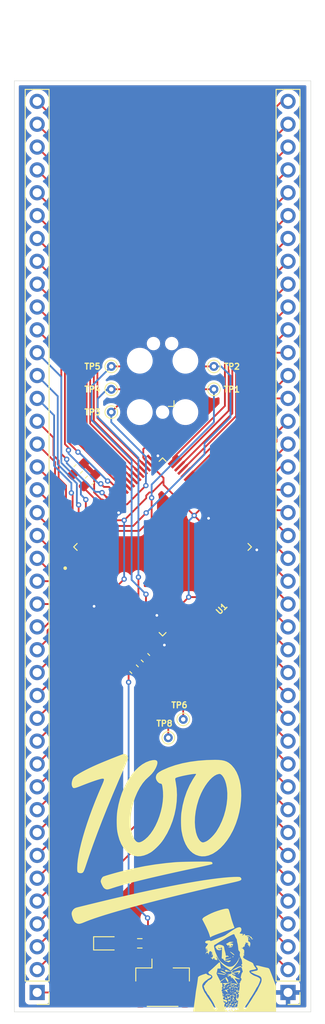
<source format=kicad_pcb>
(kicad_pcb (version 20241229) (generator "pcbnew") (generator_version "9.0")
  (layers (0 "F.Cu" signal) (2 "B.Cu" signal) (13 "F.Paste" user) (15 "B.Paste" user) (5 "F.SilkS" user "F.Silkscreen") (7 "B.SilkS" user "B.Silkscreen") (1 "F.Mask" user) (3 "B.Mask" user) (25 "Edge.Cuts" user))
  (net 0 "")
  (net 1 "+5V")
  (net 2 "GND")
  (net 5 "/RESET")
  (net 6 "/SWCLK")
  (net 7 "/DEBUG_TX")
  (net 8 "/DEBUG_RX")
  (net 9 "/SWDIO")
  (net 10 "Net-(D1-A)")
  (net 11 "/PB15")
  (net 12 "/PB16")
  (net 13 "/PC14")
  (net 14 "/PA21")
  (net 15 "/PA12")
  (net 16 "/PC08")
  (net 17 "/PB19")
  (net 18 "/PC05")
  (net 19 "/PC09")
  (net 20 "/PC28")
  (net 21 "/PA10")
  (net 22 "/PA08")
  (net 23 "/PB31")
  (net 24 "/PB09")
  (net 25 "/PC07")
  (net 26 "/PA13")
  (net 27 "/PB12")
  (net 28 "/PB04")
  (net 29 "/PA25")
  (net 30 "/PC01")
  (net 31 "/PA22")
  (net 32 "/PC26")
  (net 33 "/PB02")
  (net 34 "/PC15")
  (net 35 "/PA02")
  (net 36 "/PB05")
  (net 37 "/PB20")
  (net 38 "/PB30")
  (net 39 "/PA15")
  (net 40 "/PB22")
  (net 41 "/PA23")
  (net 42 "/PB24")
  (net 43 "/PA18")
  (net 44 "/PC12")
  (net 45 "/PB25")
  (net 46 "/PA01")
  (net 47 "/PB10")
  (net 48 "/PB08")
  (net 49 "/PC00")
  (net 50 "/PC24")
  (net 51 "/PC13")
  (net 52 "/PB18")
  (net 53 "/PA27")
  (net 54 "/PA05")
  (net 55 "/PB11")
  (net 56 "/PA11")
  (net 57 "/PC06")
  (net 58 "/PA17")
  (net 59 "/PB17")
  (net 60 "/PB21")
  (net 61 "/PA24")
  (net 62 "/PC10")
  (net 63 "/PC02")
  (net 64 "/PB14")
  (net 65 "/PC11")
  (net 66 "/PC19")
  (net 67 "/PA03")
  (net 68 "/PA09")
  (net 69 "/PC25")
  (net 70 "/PC18")
  (net 71 "/PB06")
  (net 72 "/PA00")
  (net 73 "/PC17")
  (net 74 "/PC03")
  (net 75 "/PB07")
  (net 76 "/PB23")
  (net 77 "/PB00")
  (net 78 "/PA19")
  (net 79 "/PC21")
  (net 80 "/PA04")
  (net 81 "/PB01")
  (net 82 "/PA28")
  (net 83 "/PC27")
  (net 84 "/PA20")
  (net 85 "/PA14")
  (net 86 "/PC16")
  (net 87 "/PB03")
  (net 88 "/PC20")
  (net 89 "/PA16")
  (net 90 "/PB13")
  (footprint "TestPoint:TestPoint_THTPad_D1.0mm_Drill0.5mm" (layer "F.Cu") (at 125.49 105.91)
    (property "Reference" "TP6")
    (property "Value" "TestPoint")
  )
  (footprint "TestPoint:TestPoint_THTPad_D1.0mm_Drill0.5mm" (layer "F.Cu") (at 123.825 107.95)
    (property "Reference" "TP8")
    (property "Value" "TestPoint")
  )
  (footprint "Resistor_SMD:R_0603_1608Metric_Pad0.98x0.95mm_HandSolder" (layer "F.Cu") (at 120.65 130.81 180)
    (property "Reference" "R1" (hide yes))
    (property "Value" "470R")
  )
  (footprint "SAMC21N-TQFP:QFP50P1600X1600X120-100N" (layer "F.Cu") (at 123.19 86.741 45)
    (property "Reference" "U1")
    (property "Value" "ATSAMC21N18A-ANT")
  )
  (footprint "TestPoint:TestPoint_THTPad_D1.0mm_Drill0.5mm" (layer "F.Cu") (at 117.475 66.675)
    (property "Reference" "TP5")
    (property "Value" "TestPoint")
  )
  (footprint "TestPoint:TestPoint_THTPad_D1.0mm_Drill0.5mm" (layer "F.Cu") (at 117.475 71.755)
    (property "Reference" "TP3")
    (property "Value" "TestPoint")
  )
  (footprint "TestPoint:TestPoint_THTPad_D1.0mm_Drill0.5mm" (layer "F.Cu") (at 128.905 66.675)
    (property "Reference" "TP2")
    (property "Value" "TestPoint")
  )
  (footprint "Connector_PinHeader_2.54mm:PinHeader_1x40_P2.54mm_Vertical" (layer "F.Cu") (at 137.16 136.271 180)
    (property "Reference" "J4" (hide yes))
    (property "Value" "Conn_01x40_Pin")
  )
  (footprint "Capacitor_SMD:C_0603_1608Metric_Pad1.08x0.95mm_HandSolder" (layer "F.Cu") (at 120.015 100.33 -45)
    (property "Reference" "C3" (hide yes))
    (property "Value" "100nF")
  )
  (footprint "TestPoint:TestPoint_THTPad_D1.0mm_Drill0.5mm" (layer "F.Cu") (at 117.475 69.215)
    (property "Reference" "TP4")
    (property "Value" "TestPoint")
  )
  (footprint "Capacitor_SMD:C_0603_1608Metric_Pad1.08x0.95mm_HandSolder" (layer "F.Cu") (at 121.285 99.06 -45)
    (property "Reference" "C2" (hide yes))
    (property "Value" "10uF")
  )
  (footprint "LOGO" (layer "F.Cu") (at 122.51 119.2)
    (property "Reference" "G***" (hide yes))
    (property "Value" "LOGO" (hide yes))
  )
  (footprint "Connector_JST:JST_GH_SM02B-GHS-TB_1x02-1MP_P1.25mm_Horizontal" (layer "F.Cu") (at 123.19 135.255)
    (property "Reference" "J1" (hide yes))
    (property "Value" "Conn_01x02_Pin")
  )
  (footprint "TestPoint:TestPoint_THTPad_D1.0mm_Drill0.5mm" (layer "F.Cu") (at 128.905 69.215)
    (property "Reference" "TP1")
    (property "Value" "TestPoint")
  )
  (footprint "Capacitor_SMD:C_0603_1608Metric_Pad1.08x0.95mm_HandSolder" (layer "F.Cu") (at 113.8 78.07 45)
    (property "Reference" "C4" (hide yes))
    (property "Value" "100nF")
  )
  (footprint "Connector_PinHeader_2.54mm:PinHeader_1x40_P2.54mm_Vertical" (layer "F.Cu") (at 109.22 136.271 180)
    (property "Reference" "J3" (hide yes))
    (property "Value" "Conn_01x40_Pin")
  )
  (footprint "LOGO" (layer "F.Cu") (at 131.137224 132.39678)
    (property "Reference" "G***" (hide yes))
    (property "Value" "LOGO" (hide yes))
  )
  (footprint "Connector:Tag-Connect_TC2050-IDC-FP_2x05_P1.27mm_Vertical" (layer "F.Cu") (at 123.19 67.945 90)
    (property "Reference" "J2" (hide yes))
    (property "Value" "TAG_Connect")
  )
  (footprint "LED_SMD:LED_0603_1608Metric" (layer "F.Cu") (at 116.992501 130.81)
    (property "Reference" "D1" (hide yes))
    (property "Value" "LED")
  )
  (footprint "Capacitor_SMD:C_0603_1608Metric_Pad1.08x0.95mm_HandSolder" (layer "F.Cu") (at 115.07 79.34 45)
    (property "Reference" "C1" (hide yes))
    (property "Value" "100nF")
  )
  (gr_line (start 106.68 138.43) (end 106.68 34.925) (stroke (width 0.05)) (layer "Edge.Cuts"))
  (gr_line (start 139.7 138.43) (end 106.68 138.43) (stroke (width 0.05)) (layer "Edge.Cuts"))
  (gr_line (start 106.68 34.925) (end 139.7 34.925) (stroke (width 0.05)) (layer "Edge.Cuts"))
  (gr_line (start 139.7 34.925) (end 139.7 138.43) (stroke (width 0.05)) (layer "Edge.Cuts"))
  (segment (start 121.655578 77.428404) (end 121.04 76.812826) (width 0.2) (layer "F.Cu") (net 1))
  (segment (start 131.676282 86.74) (end 132.85615 85.560132) (width 0.2) (layer "F.Cu") (net 1))
  (segment (start 116.608151 82.378151) (end 114.46012 80.23012) (width 0.2) (layer "F.Cu") (net 1))
  (segment (start 122.011 80.679) (end 123.293587 79.396413) (width 0.2) (layer "F.Cu") (net 1))
  (segment (start 119.40512 99.72012) (end 120.67512 98.45012) (width 0.2) (layer "F.Cu") (net 1))
  (segment (start 126.71 83.25) (end 130.2 86.74) (width 0.2) (layer "F.Cu") (net 1))
  (segment (start 123.293587 79.396413) (end 123.293587 79.066413) (width 0.2) (layer "F.Cu") (net 1))
  (segment (start 121.04 76.812826) (end 121.04 75.87) (width 0.2) (layer "F.Cu") (net 1))
  (segment (start 118.91 83.78) (end 117.400572 83.78) (width 0.2) (layer "F.Cu") (net 1))
  (segment (start 116.705831 82.378151) (end 116.608151 82.378151) (width 0.2) (layer "F.Cu") (net 1))
  (segment (start 116.352277 82.731705) (end 116.705831 82.378151) (width 0.2) (layer "F.Cu") (net 1))
  (segment (start 121.369 81.321) (end 121.369 81.031057) (width 0.2) (layer "F.Cu") (net 1))
  (segment (start 120.67512 98.44488) (end 122.009132 97.110868) (width 0.2) (layer "F.Cu") (net 1))
  (segment (start 124.09 72.82) (end 124.09 70.75) (width 0.2) (layer "F.Cu") (net 1))
  (segment (start 109.22 136.271) (end 114.293 136.271) (width 0.2) (layer "F.Cu") (net 1))
  (segment (start 121.369 81.031057) (end 121.721057 80.679) (width 0.2) (layer "F.Cu") (net 1))
  (segment (start 127.354048 92.319262) (end 127.906402 92.871616) (width 0.2) (layer "F.Cu") (net 1))
  (segment (start 119.40512 99.72012) (end 119.40512 101.78) (width 0.2) (layer "F.Cu") (net 1))
  (segment (start 124.09 70.75) (end 123.825 70.485) (width 0.2) (layer "F.Cu") (net 1))
  (segment (start 122.009132 96.40715) (end 126.09702 92.319262) (width 0.2) (layer "F.Cu") (net 1))
  (segment (start 126.68 83.22) (end 126.71 83.25) (width 0.2) (layer "F.Cu") (net 1))
  (segment (start 120.67512 98.45012) (end 120.67512 98.44488) (width 0.2) (layer "F.Cu") (net 1))
  (segment (start 118.91 90.313894) (end 117.412938 91.810956) (width 0.2) (layer "F.Cu") (net 1))
  (segment (start 123.293587 79.066413) (end 123.293587 79.833587) (width 0.2) (layer "F.Cu") (net 1))
  (segment (start 114.293 136.271) (end 117.159 133.405) (width 0.2) (layer "F.Cu") (net 1))
  (segment (start 126.711 83.22) (end 126.68 83.22) (width 0.2) (layer "F.Cu") (net 1))
  (segment (start 123.293587 79.833587) (end 126.68 83.22) (width 0.2) (layer "F.Cu") (net 1))
  (segment (start 122.009132 97.110868) (end 122.009132 96.40715) (width 0.2) (layer "F.Cu") (net 1))
  (segment (start 122.565 133.405) (end 122.565 131.8125) (width 0.2) (layer "F.Cu") (net 1))
  (segment (start 121.655578 77.428404) (end 123.293587 79.066413) (width 0.2) (layer "F.Cu") (net 1))
  (segment (start 121.5625 128.0325) (end 121.5625 130.81) (width 0.2) (layer "F.Cu") (net 1))
  (segment (start 126.09702 92.319262) (end 127.354048 92.319262) (width 0.2) (layer "F.Cu") (net 1))
  (segment (start 114.46012 80.23012) (end 114.46012 79.94988) (width 0.2) (layer "F.Cu") (net 1))
  (segment (start 122.565 131.8125) (end 121.5625 130.81) (width 0.2) (layer "F.Cu") (net 1))
  (segment (start 117.400572 83.78) (end 116.352277 82.731705) (width 0.2) (layer "F.Cu") (net 1))
  (segment (start 130.2 86.74) (end 131.676282 86.74) (width 0.2) (layer "F.Cu") (net 1))
  (segment (start 117.159 133.405) (end 122.565 133.405) (width 0.2) (layer "F.Cu") (net 1))
  (segment (start 118.91 83.78) (end 121.369 81.321) (width 0.2) (layer "F.Cu") (net 1))
  (segment (start 121.721057 80.679) (end 122.011 80.679) (width 0.2) (layer "F.Cu") (net 1))
  (segment (start 114.46012 79.94988) (end 113.19012 78.67988) (width 0.2) (layer "F.Cu") (net 1))
  (segment (start 121.04 75.87) (end 124.09 72.82) (width 0.2) (layer "F.Cu") (net 1))
  (segment (start 128.613509 81.317491) (end 126.711 83.22) (width 0.2) (layer "F.Cu") (net 1))
  (segment (start 121.52 127.99) (end 121.5625 128.0325) (width 0.2) (layer "F.Cu") (net 1))
  (via (at 126.71 83.25) (size 0.6) (drill 0.3) (layers "F.Cu" "B.Cu") (net 1))
  (via (at 119.40512 101.78) (size 0.6) (drill 0.3) (layers "F.Cu" "B.Cu") (net 1))
  (via (at 121.52 127.99) (size 0.6) (drill 0.3) (layers "F.Cu" "B.Cu") (net 1))
  (via (at 118.91 90.313894) (size 0.6) (drill 0.3) (layers "F.Cu" "B.Cu") (net 1))
  (via (at 118.91 83.78) (size 0.6) (drill 0.3) (layers "F.Cu" "B.Cu") (net 1))
  (via (at 126.09702 92.319262) (size 0.6) (drill 0.3) (layers "F.Cu" "B.Cu") (net 1))
  (segment (start 119.40512 101.78) (end 119.40512 125.87512) (width 0.2) (layer "B.Cu") (net 1))
  (segment (start 126.09702 83.86298) (end 126.71 83.25) (width 0.2) (layer "B.Cu") (net 1))
  (segment (start 118.91 90.313894) (end 118.91 83.78) (width 0.2) (layer "B.Cu") (net 1))
  (segment (start 119.40512 125.87512) (end 121.52 127.99) (width 0.2) (layer "B.Cu") (net 1))
  (segment (start 126.09702 92.319262) (end 126.09702 83.86298) (width 0.2) (layer "B.Cu") (net 1))
  (segment (start 115.56 92.956786) (end 115.56 93.34) (width 0.2) (layer "F.Cu") (net 2))
  (segment (start 122.009132 77.07485) (end 122.473982 76.61) (width 0.2) (layer "F.Cu") (net 2))
  (segment (start 132.85615 87.921868) (end 133.68 87.098018) (width 0.2) (layer "F.Cu") (net 2))
  (segment (start 121.655578 96.053596) (end 122.55 95.159174) (width 0.2) (layer "F.Cu") (net 2))
  (segment (start 127.291894 91.55) (end 128.259956 92.518062) (width 0.2) (layer "F.Cu") (net 2))
  (segment (start 116.50703 81.472244) (end 116.362244 81.472244) (width 0.2) (layer "F.Cu") (net 2))
  (segment (start 128.967062 81.671044) (end 128.31 82.328106) (width 0.2) (layer "F.Cu") (net 2))
  (segment (start 128.31 82.328106) (end 128.31 83.56) (width 0.2) (layer "F.Cu") (net 2))
  (segment (start 115.57 78.84) (end 115.67988 78.73012) (width 0.2) (layer "F.Cu") (net 2))
  (segment (start 133.68 87.098018) (end 133.68 87.07) (width 0.2) (layer "F.Cu") (net 2))
  (segment (start 117.059384 82.024598) (end 116.50703 81.472244) (width 0.2) (layer "F.Cu") (net 2))
  (segment (start 117.059384 82.024598) (end 117.974786 82.94) (width 0.2) (layer "F.Cu") (net 2))
  (segment (start 115.57 80.68) (end 115.57 78.84) (width 0.2) (layer "F.Cu") (net 2))
  (segment (start 117.059384 91.457402) (end 115.56 92.956786) (width 0.2) (layer "F.Cu") (net 2))
  (segment (start 122.473982 76.61) (end 122.67 76.61) (width 0.2) (layer "F.Cu") (net 2))
  (segment (start 117.974786 82.94) (end 118.29 82.94) (width 0.2) (layer "F.Cu") (net 2))
  (segment (start 116.362244 81.472244) (end 115.57 80.68) (width 0.2) (layer "F.Cu") (net 2))
  (segment (start 125.35 91.55) (end 127.291894 91.55) (width 0.2) (layer "F.Cu") (net 2))
  (segment (start 122.55 95.159174) (end 122.55 94.35) (width 0.2) (layer "F.Cu") (net 2))
  (segment (start 122.55 94.35) (end 125.35 91.55) (width 0.2) (layer "F.Cu") (net 2))
  (via (at 122.67 76.61) (size 0.6) (drill 0.3) (layers "F.Cu" "B.Cu") (net 2))
  (via (at 122.55 94.35) (size 0.6) (drill 0.3) (layers "F.Cu" "B.Cu") (net 2))
  (via (at 128.31 83.56) (size 0.6) (drill 0.3) (layers "F.Cu" "B.Cu") (net 2))
  (via (at 133.68 87.07) (size 0.6) (drill 0.3) (layers "F.Cu" "B.Cu") (net 2))
  (via (at 118.29 82.94) (size 0.6) (drill 0.3) (layers "F.Cu" "B.Cu") (net 2))
  (via (at 115.56 93.34) (size 0.6) (drill 0.3) (layers "F.Cu" "B.Cu") (net 2))
  (via (at 123.39 97.65) (size 0.6) (drill 0.3) (layers "F.Cu" "B.Cu") (net 2))
  (segment (start 118.459 82.01) (end 119.23 82.01) (width 0.2) (layer "F.Cu") (net 5))
  (segment (start 121.32 79.92) (end 121.33 79.92) (width 0.2) (layer "F.Cu") (net 5))
  (segment (start 119.18 70.05) (end 122.12 70.05) (width 0.2) (layer "F.Cu") (net 5))
  (segment (start 117.475 71.755) (end 119.18 70.05) (width 0.2) (layer "F.Cu") (net 5))
  (segment (start 119.23 82.01) (end 121.32 79.92) (width 0.2) (layer "F.Cu") (net 5))
  (segment (start 122.12 70.05) (end 122.555 70.485) (width 0.2) (layer "F.Cu") (net 5))
  (segment (start 117.766491 81.317491) (end 118.459 82.01) (width 0.2) (layer "F.Cu") (net 5))
  (via (at 121.33 79.92) (size 0.6) (drill 0.3) (layers "F.Cu" "B.Cu") (net 5))
  (segment (start 121.33 76.73) (end 117.475 72.875) (width 0.2) (layer "B.Cu") (net 5))
  (segment (start 117.475 72.875) (end 117.475 71.755) (width 0.2) (layer "B.Cu") (net 5))
  (segment (start 121.33 79.92) (end 121.33 76.73) (width 0.2) (layer "B.Cu") (net 5))
  (segment (start 123.825 66.675) (end 124.95 67.8) (width 0.2) (layer "F.Cu") (net 6))
  (segment (start 119.91 84.41) (end 117.323466 84.41) (width 0.2) (layer "F.Cu") (net 6))
  (segment (start 121.36 82.96) (end 119.91 84.41) (width 0.2) (layer "F.Cu") (net 6))
  (segment (start 127.715 66.675) (end 128.905 66.675) (width 0.2) (layer "F.Cu") (net 6))
  (segment (start 124.95 67.8) (end 126.59 67.8) (width 0.2) (layer "F.Cu") (net 6))
  (segment (start 126.59 67.8) (end 127.715 66.675) (width 0.2) (layer "F.Cu") (net 6))
  (segment (start 117.323466 84.41) (end 115.998724 83.085258) (width 0.2) (layer "F.Cu") (net 6))
  (via (at 121.36 82.96) (size 0.6) (drill 0.3) (layers "F.Cu" "B.Cu") (net 6))
  (segment (start 127.86 75.23) (end 130.75 72.34) (width 0.2) (layer "B.Cu") (net 6))
  (segment (start 127.86 76.46) (end 127.86 75.23) (width 0.2) (layer "B.Cu") (net 6))
  (segment (start 130.75 67.71) (end 129.715 66.675) (width 0.2) (layer "B.Cu") (net 6))
  (segment (start 129.715 66.675) (end 128.905 66.675) (width 0.2) (layer "B.Cu") (net 6))
  (segment (start 130.75 72.34) (end 130.75 67.71) (width 0.2) (layer "B.Cu") (net 6))
  (segment (start 121.36 82.96) (end 127.86 76.46) (width 0.2) (layer "B.Cu") (net 6))
  (segment (start 117.475 69.215) (end 122.555 69.215) (width 0.2) (layer "F.Cu") (net 7))
  (segment (start 120.5 93.67364) (end 119.887811 94.285829) (width 0.2) (layer "F.Cu") (net 7))
  (segment (start 120.5 90.1) (end 120.5 93.67364) (width 0.2) (layer "F.Cu") (net 7))
  (via (at 120.5 90.1) (size 0.6) (drill 0.3) (layers "F.Cu" "B.Cu") (net 7))
  (segment (start 115.97 70.26) (end 117.015 69.215) (width 0.2) (layer "B.Cu") (net 7))
  (segment (start 120.5 76.84) (end 115.97 72.31) (width 0.2) (layer "B.Cu") (net 7))
  (segment (start 117.015 69.215) (end 117.475 69.215) (width 0.2) (layer "B.Cu") (net 7))
  (segment (start 115.97 72.31) (end 115.97 70.26) (width 0.2) (layer "B.Cu") (net 7))
  (segment (start 120.5 90.1) (end 120.5 76.84) (width 0.2) (layer "B.Cu") (net 7))
  (segment (start 121.37 67.86) (end 122.555 66.675) (width 0.2) (layer "F.Cu") (net 8))
  (segment (start 118.755 66.675) (end 119.94 67.86) (width 0.2) (layer "F.Cu") (net 8))
  (segment (start 119.94 67.86) (end 121.37 67.86) (width 0.2) (layer "F.Cu") (net 8))
  (segment (start 117.475 66.675) (end 118.755 66.675) (width 0.2) (layer "F.Cu") (net 8))
  (segment (start 121.34 93.540748) (end 120.241365 94.639383) (width 0.2) (layer "F.Cu") (net 8))
  (segment (start 121.34 92) (end 121.34 93.540748) (width 0.2) (layer "F.Cu") (net 8))
  (via (at 121.34 92) (size 0.6) (drill 0.3) (layers "F.Cu" "B.Cu") (net 8))
  (segment (start 119.74 77.1) (end 115.27 72.63) (width 0.2) (layer "B.Cu") (net 8))
  (segment (start 115.27 68.88) (end 117.475 66.675) (width 0.2) (layer "B.Cu") (net 8))
  (segment (start 119.74 90.4) (end 119.74 77.1) (width 0.2) (layer "B.Cu") (net 8))
  (segment (start 121.34 92) (end 119.74 90.4) (width 0.2) (layer "B.Cu") (net 8))
  (segment (start 115.27 72.63) (end 115.27 68.88) (width 0.2) (layer "B.Cu") (net 8))
  (segment (start 121.97 83.59) (end 120.6 84.96) (width 0.2) (layer "F.Cu") (net 9))
  (segment (start 123.825 69.215) (end 128.905 69.215) (width 0.2) (layer "F.Cu") (net 9))
  (segment (start 120.6 84.96) (end 117.16636 84.96) (width 0.2) (layer "F.Cu") (net 9))
  (segment (start 117.16636 84.96) (end 115.645171 83.438811) (width 0.2) (layer "F.Cu") (net 9))
  (segment (start 121.97 81.28) (end 121.97 83.59) (width 0.2) (layer "F.Cu") (net 9))
  (via (at 121.97 81.28) (size 0.6) (drill 0.3) (layers "F.Cu" "B.Cu") (net 9))
  (segment (start 121.97 79.81) (end 121.97 81.28) (width 0.2) (layer "B.Cu") (net 9))
  (segment (start 128.905 72.875) (end 121.97 79.81) (width 0.2) (layer "B.Cu") (net 9))
  (segment (start 128.905 69.215) (end 128.905 72.875) (width 0.2) (layer "B.Cu") (net 9))
  (segment (start 119.7375 130.81) (end 117.780002 130.81) (width 0.2) (layer "F.Cu") (net 10))
  (segment (start 129.12 94.79232) (end 129.12 115.531) (width 0.2) (layer "F.Cu") (net 11))
  (segment (start 129.12 115.531) (end 137.16 123.571) (width 0.2) (layer "F.Cu") (net 11))
  (segment (start 127.552849 93.225169) (end 129.12 94.79232) (width 0.2) (layer "F.Cu") (net 11))
  (segment (start 135.187099 65.151) (end 137.16 65.151) (width 0.2) (layer "F.Cu") (net 12))
  (segment (start 134.66 65.678099) (end 135.187099 65.151) (width 0.2) (layer "F.Cu") (net 12))
  (segment (start 134.66 74.563894) (end 134.66 65.678099) (width 0.2) (layer "F.Cu") (net 12))
  (segment (start 128.259956 80.963938) (end 134.66 74.563894) (width 0.2) (layer "F.Cu") (net 12))
  (segment (start 132.56 101.191) (end 137.16 105.791) (width 0.2) (layer "F.Cu") (net 13))
  (segment (start 130.734829 90.043189) (end 132.56 91.86836) (width 0.2) (layer "F.Cu") (net 13))
  (segment (start 132.56 91.86836) (end 132.56 101.191) (width 0.2) (layer "F.Cu") (net 13))
  (segment (start 131.78 52.751) (end 137.16 47.371) (width 0.2) (layer "F.Cu") (net 14))
  (segment (start 125.785082 78.489064) (end 131.78 72.494146) (width 0.2) (layer "F.Cu") (net 14))
  (segment (start 131.78 72.494146) (end 131.78 52.751) (width 0.2) (layer "F.Cu") (net 14))
  (segment (start 133.68 97.231) (end 137.16 100.711) (width 0.2) (layer "F.Cu") (net 15))
  (segment (start 133.68 91.574146) (end 133.68 97.231) (width 0.2) (layer "F.Cu") (net 15))
  (segment (start 131.441936 89.336082) (end 133.68 91.574146) (width 0.2) (layer "F.Cu") (net 15))
  (segment (start 129.58 93.131) (end 129.58 113.451) (width 0.2) (layer "F.Cu") (net 16))
  (segment (start 128.613509 92.164509) (end 129.58 93.131) (width 0.2) (layer "F.Cu") (net 16))
  (segment (start 129.58 113.451) (end 137.16 121.031) (width 0.2) (layer "F.Cu") (net 16))
  (segment (start 133.41 61.281) (end 137.16 57.531) (width 0.2) (layer "F.Cu") (net 17))
  (segment (start 133.41 73.692572) (end 133.41 61.281) (width 0.2) (layer "F.Cu") (net 17))
  (segment (start 127.199295 79.903277) (end 133.41 73.692572) (width 0.2) (layer "F.Cu") (net 17))
  (segment (start 120.594918 94.992936) (end 116.111 99.476854) (width 0.2) (layer "F.Cu") (net 18))
  (segment (start 116.111 99.476854) (end 116.111 114.14) (width 0.2) (layer "F.Cu") (net 18))
  (segment (start 116.111 114.14) (end 109.22 121.031) (width 0.2) (layer "F.Cu") (net 18))
  (segment (start 130.049 111.379999) (end 137.16 118.490999) (width 0.2) (layer "F.Cu") (net 19))
  (segment (start 128.967062 91.810956) (end 130.049 92.892894) (width 0.2) (layer "F.Cu") (net 19))
  (segment (start 130.049 92.892894) (end 130.049 111.379999) (width 0.2) (layer "F.Cu") (net 19))
  (segment (start 117.283214 79.42) (end 117.07 79.42) (width 0.2) (layer "F.Cu") (net 20))
  (segment (start 118.473598 80.610384) (end 117.283214 79.42) (width 0.2) (layer "F.Cu") (net 20))
  (segment (start 112.716 75.146) (end 112.716 61.027) (width 0.2) (layer "F.Cu") (net 20))
  (segment (start 113.77 76.2) (end 112.716 75.146) (width 0.2) (layer "F.Cu") (net 20))
  (segment (start 118.473598 80.610384) (end 118.473598 80.593598) (width 0.2) (layer "F.Cu") (net 20))
  (segment (start 112.716 61.027) (end 109.22 57.531) (width 0.2) (layer "F.Cu") (net 20))
  (via (at 117.07 79.42) (size 0.6) (drill 0.3) (layers "F.Cu" "B.Cu") (net 20))
  (via (at 113.77 76.2) (size 0.6) (drill 0.3) (layers "F.Cu" "B.Cu") (net 20))
  (segment (start 113.77 76.2) (end 113.85 76.2) (width 0.2) (layer "B.Cu") (net 20))
  (segment (start 113.85 76.2) (end 117.07 79.42) (width 0.2) (layer "B.Cu") (net 20))
  (segment (start 125.077975 95.700043) (end 125.941 96.563068) (width 0.2) (layer "F.Cu") (net 21))
  (segment (start 125.941 99.1732) (end 122.161 102.9532) (width 0.2) (layer "F.Cu") (net 21))
  (segment (start 125.941 96.563068) (end 125.941 99.1732) (width 0.2) (layer "F.Cu") (net 21))
  (segment (start 122.161 102.9532) (end 122.161 120.79) (width 0.2) (layer "F.Cu") (net 21))
  (segment (start 122.161 120.79) (end 109.22 133.731) (width 0.2) (layer "F.Cu") (net 21))
  (segment (start 109.22 128.651) (end 120.82 117.051) (width 0.2) (layer "F.Cu") (net 22))
  (segment (start 125.13 97.166282) (end 124.370868 96.40715) (width 0.2) (layer "F.Cu") (net 22))
  (segment (start 120.82 103.16) (end 125.13 98.85) (width 0.2) (layer "F.Cu") (net 22))
  (segment (start 125.13 98.85) (end 125.13 97.166282) (width 0.2) (layer "F.Cu") (net 22))
  (segment (start 120.82 117.051) (end 120.82 103.16) (width 0.2) (layer "F.Cu") (net 22))
  (segment (start 113.84 82.07) (end 113.84 83.047854) (width 0.2) (layer "F.Cu") (net 23))
  (segment (start 113.84 83.047854) (end 114.938064 84.145918) (width 0.2) (layer "F.Cu") (net 23))
  (via (at 113.84 82.07) (size 0.6) (drill 0.3) (layers "F.Cu" "B.Cu") (net 23))
  (segment (start 111.510705 69.981705) (end 109.22 67.691) (width 0.2) (layer "B.Cu") (net 23))
  (segment (start 113.64 81.87) (end 113.64 79.6842) (width 0.2) (layer "B.Cu") (net 23))
  (segment (start 111.510705 77.554905) (end 111.510705 69.981705) (width 0.2) (layer "B.Cu") (net 23))
  (segment (start 113.64 79.6842) (end 111.510705 77.554905) (width 0.2) (layer "B.Cu") (net 23))
  (segment (start 113.84 82.07) (end 113.64 81.87) (width 0.2) (layer "B.Cu") (net 23))
  (segment (start 118.827151 93.225169) (end 114.892 97.16032) (width 0.2) (layer "F.Cu") (net 24))
  (segment (start 114.892 107.739) (end 109.22 113.411) (width 0.2) (layer "F.Cu") (net 24))
  (segment (start 114.892 97.16032) (end 114.892 107.739) (width 0.2) (layer "F.Cu") (net 24))
  (segment (start 116.951 118.38) (end 109.22 126.111) (width 0.2) (layer "F.Cu") (net 25))
  (segment (start 116.951 100.051068) (end 116.951 118.38) (width 0.2) (layer "F.Cu") (net 25))
  (segment (start 121.302025 95.700043) (end 116.951 100.051068) (width 0.2) (layer "F.Cu") (net 25))
  (segment (start 134.28 95.291001) (end 137.16 98.171001) (width 0.2) (layer "F.Cu") (net 26))
  (segment (start 134.28 91.467038) (end 134.28 95.291001) (width 0.2) (layer "F.Cu") (net 26))
  (segment (start 131.79549 88.982528) (end 134.28 91.467038) (width 0.2) (layer "F.Cu") (net 26))
  (segment (start 127.917 95.71064) (end 127.917 121.948001) (width 0.2) (layer "F.Cu") (net 27))
  (segment (start 126.492189 94.285829) (end 127.917 95.71064) (width 0.2) (layer "F.Cu") (net 27))
  (segment (start 127.917 121.948001) (end 137.16 131.191001) (width 0.2) (layer "F.Cu") (net 27))
  (segment (start 111.74 98.191) (end 111.74 95.362572) (width 0.2) (layer "F.Cu") (net 28))
  (segment (start 109.22 100.711) (end 111.74 98.191) (width 0.2) (layer "F.Cu") (net 28))
  (segment (start 111.74 95.362572) (end 116.352277 90.750295) (width 0.2) (layer "F.Cu") (net 28))
  (segment (start 130.13 71.07) (end 130.13 43.54) (width 0.2) (layer "F.Cu") (net 29))
  (segment (start 124.370868 76.829132) (end 130.13 71.07) (width 0.2) (layer "F.Cu") (net 29))
  (segment (start 136.459 37.211) (end 137.16 37.211) (width 0.2) (layer "F.Cu") (net 29))
  (segment (start 130.13 43.54) (end 136.459 37.211) (width 0.2) (layer "F.Cu") (net 29))
  (segment (start 124.370868 77.07485) (end 124.370868 76.829132) (width 0.2) (layer "F.Cu") (net 29))
  (segment (start 113.526038 90.041) (end 114.58451 88.982528) (width 0.2) (layer "F.Cu") (net 30))
  (segment (start 111.25 90.041) (end 113.526038 90.041) (width 0.2) (layer "F.Cu") (net 30))
  (segment (start 109.22 88.011) (end 111.25 90.041) (width 0.2) (layer "F.Cu") (net 30))
  (segment (start 137.16 44.831) (end 131.37 50.621) (width 0.2) (layer "F.Cu") (net 31))
  (segment (start 131.37 50.621) (end 131.37 72.197038) (width 0.2) (layer "F.Cu") (net 31))
  (segment (start 131.37 72.197038) (end 125.431528 78.13551) (width 0.2) (layer "F.Cu") (net 31))
  (segment (start 113.518 56.749001) (end 113.518 74.240572) (width 0.2) (layer "F.Cu") (net 32))
  (segment (start 109.22 52.451001) (end 113.518 56.749001) (width 0.2) (layer "F.Cu") (net 32))
  (segment (start 113.518 74.240572) (end 119.180705 79.903277) (width 0.2) (layer "F.Cu") (net 32))
  (segment (start 111.21 79.2739) (end 111.21 77.301001) (width 0.2) (layer "F.Cu") (net 33))
  (segment (start 112.031 80.0949) (end 111.81 79.8739) (width 0.2) (layer "F.Cu") (net 33))
  (segment (start 111.81 79.8739) (end 111.7961 79.86) (width 0.2) (layer "F.Cu") (net 33))
  (segment (start 111.7961 79.86) (end 111.21 79.2739) (width 0.2) (layer "F.Cu") (net 33))
  (segment (start 111.21 77.301001) (end 109.22 75.311001) (width 0.2) (layer "F.Cu") (net 33))
  (segment (start 112.031 83.360174) (end 112.031 80.4271) (width 0.2) (layer "F.Cu") (net 33))
  (segment (start 113.877404 85.206578) (end 112.031 83.360174) (width 0.2) (layer "F.Cu") (net 33))
  (segment (start 112.031 80.4271) (end 112.031 80.0949) (width 0.2) (layer "F.Cu") (net 33))
  (segment (start 133.05 91.651252) (end 133.05 99.141) (width 0.2) (layer "F.Cu") (net 34))
  (segment (start 131.088383 89.689635) (end 133.05 91.651252) (width 0.2) (layer "F.Cu") (net 34))
  (segment (start 133.05 99.141) (end 137.16 103.251) (width 0.2) (layer "F.Cu") (net 34))
  (segment (start 110.057361 95.630999) (end 115.645171 90.043189) (width 0.2) (layer "F.Cu") (net 35))
  (segment (start 109.22 95.630999) (end 110.057361 95.630999) (width 0.2) (layer "F.Cu") (net 35))
  (segment (start 109.22 103.251) (end 112.68 99.791) (width 0.2) (layer "F.Cu") (net 36))
  (segment (start 112.68 95.12968) (end 116.705831 91.103849) (width 0.2) (layer "F.Cu") (net 36))
  (segment (start 112.68 99.791) (end 112.68 95.12968) (width 0.2) (layer "F.Cu") (net 36))
  (segment (start 133 59.151) (end 137.16 54.991) (width 0.2) (layer "F.Cu") (net 37))
  (segment (start 126.845742 79.549724) (end 133 73.395466) (width 0.2) (layer "F.Cu") (net 37))
  (segment (start 133 73.395466) (end 133 59.151) (width 0.2) (layer "F.Cu") (net 37))
  (segment (start 114.64 83.140748) (end 115.291617 83.792365) (width 0.2) (layer "F.Cu") (net 38))
  (segment (start 114.64 81.48) (end 114.64 83.140748) (width 0.2) (layer "F.Cu") (net 38))
  (via (at 114.64 81.48) (size 0.6) (drill 0.3) (layers "F.Cu" "B.Cu") (net 38))
  (segment (start 114.09 80.93) (end 114.09 79.5671) (width 0.2) (layer "B.Cu") (net 38))
  (segment (start 111.911705 67.842705) (end 109.22 65.151) (width 0.2) (layer "B.Cu") (net 38))
  (segment (start 114.09 79.5671) (end 111.911705 77.388805) (width 0.2) (layer "B.Cu") (net 38))
  (segment (start 111.911705 77.388805) (end 111.911705 67.842705) (width 0.2) (layer "B.Cu") (net 38))
  (segment (start 114.64 81.48) (end 114.09 80.93) (width 0.2) (layer "B.Cu") (net 38))
  (segment (start 132.502596 88.275422) (end 137.16 92.932826) (width 0.2) (layer "F.Cu") (net 39))
  (segment (start 137.16 92.932826) (end 137.16 93.091) (width 0.2) (layer "F.Cu") (net 39))
  (segment (start 121.302025 77.781957) (end 115.93 72.409932) (width 0.2) (layer "F.Cu") (net 40))
  (segment (start 115.93 72.409932) (end 115.93 43.921) (width 0.2) (layer "F.Cu") (net 40))
  (segment (start 115.93 43.921) (end 109.22 37.211) (width 0.2) (layer "F.Cu") (net 40))
  (segment (start 130.96 48.491) (end 137.16 42.291) (width 0.2) (layer "F.Cu") (net 41))
  (segment (start 130.96 71.899932) (end 130.96 48.491) (width 0.2) (layer "F.Cu") (net 41))
  (segment (start 125.077975 77.781957) (end 130.96 71.899932) (width 0.2) (layer "F.Cu") (net 41))
  (segment (start 115.128 48.199) (end 109.22 42.291) (width 0.2) (layer "F.Cu") (net 42))
  (segment (start 115.128 73.022146) (end 115.128 48.199) (width 0.2) (layer "F.Cu") (net 42))
  (segment (start 120.594918 78.489064) (end 115.128 73.022146) (width 0.2) (layer "F.Cu") (net 42))
  (segment (start 135.008999 83.32) (end 137.16 85.471001) (width 0.2) (layer "F.Cu") (net 43))
  (segment (start 131.79549 84.499472) (end 132.974962 83.32) (width 0.2) (layer "F.Cu") (net 43))
  (segment (start 132.974962 83.32) (end 135.008999 83.32) (width 0.2) (layer "F.Cu") (net 43))
  (segment (start 131.45 105.161) (end 137.16 110.871) (width 0.2) (layer "F.Cu") (net 44))
  (segment (start 131.45 92.172572) (end 131.45 105.161) (width 0.2) (layer "F.Cu") (net 44))
  (segment (start 130.027723 90.750295) (end 131.45 92.172572) (width 0.2) (layer "F.Cu") (net 44))
  (segment (start 114.727 73.328252) (end 114.727 50.338) (width 0.2) (layer "F.Cu") (net 45))
  (segment (start 114.727 50.338) (end 109.22 44.831) (width 0.2) (layer "F.Cu") (net 45))
  (segment (start 120.241365 78.842617) (end 114.727 73.328252) (width 0.2) (layer "F.Cu") (net 45))
  (segment (start 109.699 83.6161) (end 112.11 86.0271) (width 0.2) (layer "F.Cu") (net 46))
  (segment (start 112.11 86.0271) (end 112.11 88.75) (width 0.2) (layer "F.Cu") (net 46))
  (segment (start 112.54 89.18) (end 112.972826 89.18) (width 0.2) (layer "F.Cu") (net 46))
  (segment (start 109.699 83.41) (end 109.699 83.6161) (width 0.2) (layer "F.Cu") (net 46))
  (segment (start 112.11 88.75) (end 112.54 89.18) (width 0.2) (layer "F.Cu") (net 46))
  (segment (start 112.972826 89.18) (end 113.877404 88.275422) (width 0.2) (layer "F.Cu") (net 46))
  (segment (start 109.22 82.931) (end 109.699 83.41) (width 0.2) (layer "F.Cu") (net 46))
  (segment (start 125.785082 94.992936) (end 126.79 95.997854) (width 0.2) (layer "F.Cu") (net 47))
  (segment (start 125.49 100.7584) (end 125.49 105.91) (width 0.2) (layer "F.Cu") (net 47))
  (segment (start 126.79 95.997854) (end 126.79 99.4584) (width 0.2) (layer "F.Cu") (net 47))
  (segment (start 126.79 99.4584) (end 125.49 100.7584) (width 0.2) (layer "F.Cu") (net 47))
  (segment (start 118.473598 92.871616) (end 114.491 96.854214) (width 0.2) (layer "F.Cu") (net 48))
  (segment (start 114.491 105.6) (end 109.22 110.871) (width 0.2) (layer "F.Cu") (net 48))
  (segment (start 114.491 96.854214) (end 114.491 105.6) (width 0.2) (layer "F.Cu") (net 48))
  (segment (start 111.709 88.9161) (end 112.4329 89.64) (width 0.2) (layer "F.Cu") (net 49))
  (segment (start 113.219932 89.64) (end 114.230957 88.628975) (width 0.2) (layer "F.Cu") (net 49))
  (segment (start 112.4329 89.64) (end 113.219932 89.64) (width 0.2) (layer "F.Cu") (net 49))
  (segment (start 109.22 85.471001) (end 111.709 87.960001) (width 0.2) (layer "F.Cu") (net 49))
  (segment (start 111.709 87.960001) (end 111.709 88.9161) (width 0.2) (layer "F.Cu") (net 49))
  (segment (start 114.32 52.471) (end 114.32 73.62836) (width 0.2) (layer "F.Cu") (net 50))
  (segment (start 114.32 73.62836) (end 119.887811 79.196171) (width 0.2) (layer "F.Cu") (net 50))
  (segment (start 109.22 47.371) (end 114.32 52.471) (width 0.2) (layer "F.Cu") (net 50))
  (segment (start 131.96 103.131001) (end 137.16 108.331001) (width 0.2) (layer "F.Cu") (net 51))
  (segment (start 131.96 91.975466) (end 131.96 103.131001) (width 0.2) (layer "F.Cu") (net 51))
  (segment (start 130.381276 90.396742) (end 131.96 91.975466) (width 0.2) (layer "F.Cu") (net 51))
  (segment (start 127.552849 80.256831) (end 133.84 73.96968) (width 0.2) (layer "F.Cu") (net 52))
  (segment (start 133.84 73.96968) (end 133.84 63.391) (width 0.2) (layer "F.Cu") (net 52))
  (segment (start 133.84 63.391) (end 137.16 60.071) (width 0.2) (layer "F.Cu") (net 52))
  (segment (start 112.315 75.315) (end 112.315 63.166) (width 0.2) (layer "F.Cu") (net 53))
  (segment (start 117.226106 80.07) (end 118.120044 80.963938) (width 0.2) (layer "F.Cu") (net 53))
  (segment (start 116.31 79.72) (end 116.66 80.07) (width 0.2) (layer "F.Cu") (net 53))
  (segment (start 112.315 63.166) (end 109.22 60.071) (width 0.2) (layer "F.Cu") (net 53))
  (segment (start 112.705735 75.705735) (end 112.315 75.315) (width 0.2) (layer "F.Cu") (net 53))
  (segment (start 112.705735 75.984265) (end 112.705735 75.705735) (width 0.2) (layer "F.Cu") (net 53))
  (segment (start 116.66 80.07) (end 117.226106 80.07) (width 0.2) (layer "F.Cu") (net 53))
  (via (at 112.705735 75.984265) (size 0.6) (drill 0.3) (layers "F.Cu" "B.Cu") (net 53))
  (via (at 116.31 79.72) (size 0.6) (drill 0.3) (layers "F.Cu" "B.Cu") (net 53))
  (segment (start 112.705735 76.345735) (end 116.08 79.72) (width 0.2) (layer "B.Cu") (net 53))
  (segment (start 116.08 79.72) (end 116.31 79.72) (width 0.2) (layer "B.Cu") (net 53))
  (segment (start 112.705735 75.984265) (end 112.705735 76.345735) (width 0.2) (layer "B.Cu") (net 53))
  (segment (start 115.71 112.000999) (end 115.71 97.756534) (width 0.2) (layer "F.Cu") (net 54))
  (segment (start 109.22 118.490999) (end 115.71 112.000999) (width 0.2) (layer "F.Cu") (net 54))
  (segment (start 115.71 97.756534) (end 119.534258 93.932276) (width 0.2) (layer "F.Cu") (net 54))
  (segment (start 127.36 95.860748) (end 127.36 123.931) (width 0.2) (layer "F.Cu") (net 55))
  (segment (start 127.36 123.931) (end 137.16 133.731) (width 0.2) (layer "F.Cu") (net 55))
  (segment (start 126.138635 94.639383) (end 127.36 95.860748) (width 0.2) (layer "F.Cu") (net 55))
  (segment (start 126.39 96.304962) (end 125.431528 95.34649) (width 0.2) (layer "F.Cu") (net 56))
  (segment (start 126.39 99.2913) (end 126.39 96.304962) (width 0.2) (layer "F.Cu") (net 56))
  (segment (start 123.825 101.8563) (end 126.39 99.2913) (width 0.2) (layer "F.Cu") (net 56))
  (segment (start 123.825 107.95) (end 123.825 101.8563) (width 0.2) (layer "F.Cu") (net 56))
  (segment (start 109.22 123.571) (end 116.55 116.241) (width 0.2) (layer "F.Cu") (net 57))
  (segment (start 116.55 99.744962) (end 120.948472 95.34649) (width 0.2) (layer "F.Cu") (net 57))
  (segment (start 116.55 116.241) (end 116.55 99.744962) (width 0.2) (layer "F.Cu") (net 57))
  (segment (start 135.44 86.291) (end 137.16 88.011) (width 0.2) (layer "F.Cu") (net 58))
  (segment (start 133.122068 83.88) (end 134.22 83.88) (width 0.2) (layer "F.Cu") (net 58))
  (segment (start 132.149043 84.853025) (end 133.122068 83.88) (width 0.2) (layer "F.Cu") (net 58))
  (segment (start 134.22 83.88) (end 135.44 85.1) (width 0.2) (layer "F.Cu") (net 58))
  (segment (start 135.44 85.1) (end 135.44 86.291) (width 0.2) (layer "F.Cu") (net 58))
  (segment (start 134.25 74.266786) (end 134.25 65.520999) (width 0.2) (layer "F.Cu") (net 59))
  (segment (start 134.25 65.520999) (end 137.16 62.610999) (width 0.2) (layer "F.Cu") (net 59))
  (segment (start 127.906402 80.610384) (end 134.25 74.266786) (width 0.2) (layer "F.Cu") (net 59))
  (segment (start 132.59 57.021001) (end 137.16 52.451001) (width 0.2) (layer "F.Cu") (net 60))
  (segment (start 132.59 73.09836) (end 132.59 57.021001) (width 0.2) (layer "F.Cu") (net 60))
  (segment (start 126.492189 79.196171) (end 132.59 73.09836) (width 0.2) (layer "F.Cu") (net 60))
  (segment (start 124.724422 77.428404) (end 130.55 71.602826) (width 0.2) (layer "F.Cu") (net 61))
  (segment (start 130.55 46.360999) (end 137.16 39.750999) (width 0.2) (layer "F.Cu") (net 61))
  (segment (start 130.55 71.602826) (end 130.55 46.360999) (width 0.2) (layer "F.Cu") (net 61))
  (segment (start 130.45 109.241) (end 137.16 115.951) (width 0.2) (layer "F.Cu") (net 62))
  (segment (start 129.320616 91.457402) (end 130.45 92.586786) (width 0.2) (layer "F.Cu") (net 62))
  (segment (start 130.45 92.586786) (end 130.45 109.241) (width 0.2) (layer "F.Cu") (net 62))
  (segment (start 109.22 90.551) (end 113.723146 90.551) (width 0.2) (layer "F.Cu") (net 63))
  (segment (start 113.723146 90.551) (end 114.938064 89.336082) (width 0.2) (layer "F.Cu") (net 63))
  (segment (start 128.719 117.67) (end 137.16 126.111) (width 0.2) (layer "F.Cu") (net 64))
  (segment (start 128.719 95.098428) (end 128.719 117.67) (width 0.2) (layer "F.Cu") (net 64))
  (segment (start 127.199295 93.578723) (end 128.719 95.098428) (width 0.2) (layer "F.Cu") (net 64))
  (segment (start 130.9 92.32968) (end 130.9 107.151) (width 0.2) (layer "F.Cu") (net 65))
  (segment (start 129.674169 91.103849) (end 130.9 92.32968) (width 0.2) (layer "F.Cu") (net 65))
  (segment (start 130.9 107.151) (end 137.16 113.411) (width 0.2) (layer "F.Cu") (net 65))
  (segment (start 131.48 81.279428) (end 131.48 79.445194) (width 0.2) (layer "F.Cu") (net 66))
  (segment (start 135.872 74.058999) (end 137.16 72.770999) (width 0.2) (layer "F.Cu") (net 66))
  (segment (start 131.48 79.445194) (end 135.872 75.053194) (width 0.2) (layer "F.Cu") (net 66))
  (segment (start 135.872 75.053194) (end 135.872 74.058999) (width 0.2) (layer "F.Cu") (net 66))
  (segment (start 130.027723 82.731705) (end 131.48 81.279428) (width 0.2) (layer "F.Cu") (net 66))
  (segment (start 110.371 96.024466) (end 115.998724 90.396742) (width 0.2) (layer "F.Cu") (net 67))
  (segment (start 110.371 97.020001) (end 110.371 96.024466) (width 0.2) (layer "F.Cu") (net 67))
  (segment (start 109.22 98.171001) (end 110.371 97.020001) (width 0.2) (layer "F.Cu") (net 67))
  (segment (start 125.54 96.869174) (end 124.724422 96.053596) (width 0.2) (layer "F.Cu") (net 68))
  (segment (start 125.54 99.0071) (end 125.54 96.869174) (width 0.2) (layer "F.Cu") (net 68))
  (segment (start 121.48 103.0671) (end 125.54 99.0071) (width 0.2) (layer "F.Cu") (net 68))
  (segment (start 121.48 118.931001) (end 121.48 103.0671) (width 0.2) (layer "F.Cu") (net 68))
  (segment (start 109.22 131.191001) (end 121.48 118.931001) (width 0.2) (layer "F.Cu") (net 68))
  (segment (start 119.534258 79.549724) (end 113.919 73.934466) (width 0.2) (layer "F.Cu") (net 69))
  (segment (start 113.919 54.609999) (end 109.22 49.910999) (width 0.2) (layer "F.Cu") (net 69))
  (segment (start 113.919 73.934466) (end 113.919 54.609999) (width 0.2) (layer "F.Cu") (net 69))
  (segment (start 130.381276 83.085258) (end 131.92 81.546534) (width 0.2) (layer "F.Cu") (net 70))
  (segment (start 131.92 81.546534) (end 131.92 79.572294) (width 0.2) (layer "F.Cu") (net 70))
  (segment (start 134.646147 76.846147) (end 135.624854 76.846147) (width 0.2) (layer "F.Cu") (net 70))
  (segment (start 135.624854 76.846147) (end 137.16 75.311001) (width 0.2) (layer "F.Cu") (net 70))
  (segment (start 131.92 79.572294) (end 134.646147 76.846147) (width 0.2) (layer "F.Cu") (net 70))
  (segment (start 113.25 101.761) (end 113.25 96.681) (width 0.2) (layer "F.Cu") (net 71))
  (segment (start 113.25 96.681) (end 117.766491 92.164509) (width 0.2) (layer "F.Cu") (net 71))
  (segment (start 109.22 105.791) (end 113.25 101.761) (width 0.2) (layer "F.Cu") (net 71))
  (segment (start 109.22 80.391) (end 111.23 82.401) (width 0.2) (layer "F.Cu") (net 72))
  (segment (start 111.23 84.58) (end 112.73 86.08) (width 0.2) (layer "F.Cu") (net 72))
  (segment (start 113.52385 87.59385) (end 113.52385 87.921868) (width 0.2) (layer "F.Cu") (net 72))
  (segment (start 111.23 82.401) (end 111.23 84.58) (width 0.2) (layer "F.Cu") (net 72))
  (segment (start 112.73 86.8) (end 113.52385 87.59385) (width 0.2) (layer "F.Cu") (net 72))
  (segment (start 112.73 86.08) (end 112.73 86.8) (width 0.2) (layer "F.Cu") (net 72))
  (segment (start 136.32264 77.851) (end 137.16 77.851) (width 0.2) (layer "F.Cu") (net 73))
  (segment (start 130.734829 83.438811) (end 136.32264 77.851) (width 0.2) (layer "F.Cu") (net 73))
  (segment (start 109.22 93.091) (end 111.890252 93.091) (width 0.2) (layer "F.Cu") (net 74))
  (segment (start 111.890252 93.091) (end 115.291617 89.689635) (width 0.2) (layer "F.Cu") (net 74))
  (segment (start 114.09 96.548106) (end 118.120044 92.518062) (width 0.2) (layer "F.Cu") (net 75))
  (segment (start 114.09 103.461001) (end 114.09 96.548106) (width 0.2) (layer "F.Cu") (net 75))
  (segment (start 109.22 108.331001) (end 114.09 103.461001) (width 0.2) (layer "F.Cu") (net 75))
  (segment (start 120.948472 78.13551) (end 115.529 72.716038) (width 0.2) (layer "F.Cu") (net 76))
  (segment (start 115.529 46.059999) (end 109.22 39.750999) (width 0.2) (layer "F.Cu") (net 76))
  (segment (start 115.529 72.716038) (end 115.529 46.059999) (width 0.2) (layer "F.Cu") (net 76))
  (segment (start 113.17 80.87169) (end 113.17 83.084962) (width 0.2) (layer "F.Cu") (net 77))
  (segment (start 113.17 83.084962) (end 114.58451 84.499472) (width 0.2) (layer "F.Cu") (net 77))
  (segment (start 113.032 80.73369) (end 113.17 80.87169) (width 0.2) (layer "F.Cu") (net 77))
  (via (at 113.032 80.73369) (size 0.6) (drill 0.3) (layers "F.Cu" "B.Cu") (net 77))
  (segment (start 111.109705 72.120705) (end 109.22 70.231) (width 0.2) (layer "B.Cu") (net 77))
  (segment (start 113.032 79.6433) (end 111.109705 77.721005) (width 0.2) (layer "B.Cu") (net 77))
  (segment (start 113.032 80.73369) (end 113.032 79.6433) (width 0.2) (layer "B.Cu") (net 77))
  (segment (start 111.109705 77.721005) (end 111.109705 72.120705) (width 0.2) (layer "B.Cu") (net 77))
  (segment (start 136.889 82.66) (end 137.16 82.931) (width 0.2) (layer "F.Cu") (net 78))
  (segment (start 132.927854 82.66) (end 136.889 82.66) (width 0.2) (layer "F.Cu") (net 78))
  (segment (start 131.441936 84.145918) (end 132.927854 82.66) (width 0.2) (layer "F.Cu") (net 78))
  (segment (start 129.320616 81.94116) (end 130.16 81.101776) (width 0.2) (layer "F.Cu") (net 79))
  (segment (start 129.320616 82.024598) (end 129.320616 81.94116) (width 0.2) (layer "F.Cu") (net 79))
  (segment (start 135.07 74.720994) (end 135.07 69.781) (width 0.2) (layer "F.Cu") (net 79))
  (segment (start 130.16 79.630994) (end 135.07 74.720994) (width 0.2) (layer "F.Cu") (net 79))
  (segment (start 135.07 69.781) (end 137.16 67.691) (width 0.2) (layer "F.Cu") (net 79))
  (segment (start 130.16 81.101776) (end 130.16 79.630994) (width 0.2) (layer "F.Cu") (net 79))
  (segment (start 115.293 97.466428) (end 115.293 109.878) (width 0.2) (layer "F.Cu") (net 80))
  (segment (start 119.180705 93.578723) (end 115.293 97.466428) (width 0.2) (layer "F.Cu") (net 80))
  (segment (start 115.293 109.878) (end 109.22 115.951) (width 0.2) (layer "F.Cu") (net 80))
  (segment (start 112.432 80.261) (end 112.432 79.9288) (width 0.2) (layer "F.Cu") (net 81))
  (segment (start 111.611 77.134901) (end 111.3761 76.900001) (width 0.2) (layer "F.Cu") (net 81))
  (segment (start 111.611 77.467101) (end 111.611 77.134901) (width 0.2) (layer "F.Cu") (net 81))
  (segment (start 114.230957 84.853025) (end 112.432 83.054068) (width 0.2) (layer "F.Cu") (net 81))
  (segment (start 112.432 79.9288) (end 112.211 79.7078) (width 0.2) (layer "F.Cu") (net 81))
  (segment (start 111.3761 76.900001) (end 111.04 76.563901) (width 0.2) (layer "F.Cu") (net 81))
  (segment (start 111.9622 79.459) (end 111.611 79.1078) (width 0.2) (layer "F.Cu") (net 81))
  (segment (start 112.211 79.7078) (end 112.1971 79.6939) (width 0.2) (layer "F.Cu") (net 81))
  (segment (start 112.1971 79.6939) (end 112.14 79.6368) (width 0.2) (layer "F.Cu") (net 81))
  (segment (start 112.432 80.5932) (end 112.432 80.261) (width 0.2) (layer "F.Cu") (net 81))
  (segment (start 111.04 74.590999) (end 109.22 72.770999) (width 0.2) (layer "F.Cu") (net 81))
  (segment (start 111.611 79.1078) (end 111.611 77.467101) (width 0.2) (layer "F.Cu") (net 81))
  (segment (start 111.04 76.563901) (end 111.04 74.590999) (width 0.2) (layer "F.Cu") (net 81))
  (segment (start 112.14 79.6368) (end 111.9761 79.4729) (width 0.2) (layer "F.Cu") (net 81))
  (segment (start 112.432 83.054068) (end 112.432 80.5932) (width 0.2) (layer "F.Cu") (net 81))
  (segment (start 111.9761 79.4729) (end 111.9622 79.459) (width 0.2) (layer "F.Cu") (net 81))
  (segment (start 112.512705 77.001234) (end 111.914 76.402529) (width 0.2) (layer "F.Cu") (net 82))
  (segment (start 116.445947 80.704053) (end 117.412938 81.671044) (width 0.2) (layer "F.Cu") (net 82))
  (segment (start 111.914 76.402529) (end 111.914 65.304999) (width 0.2) (layer "F.Cu") (net 82))
  (segment (start 111.914 65.304999) (end 109.22 62.610999) (width 0.2) (layer "F.Cu") (net 82))
  (via (at 112.512705 77.001234) (size 0.6) (drill 0.3) (layers "F.Cu" "B.Cu") (net 82))
  (via (at 116.445947 80.704053) (size 0.6) (drill 0.3) (layers "F.Cu" "B.Cu") (net 82))
  (segment (start 116.445947 80.704053) (end 116.361894 80.62) (width 0.2) (layer "B.Cu") (net 82))
  (segment (start 112.512705 77.422705) (end 112.512705 77.001234) (width 0.2) (layer "B.Cu") (net 82))
  (segment (start 116.361894 80.62) (end 115.71 80.62) (width 0.2) (layer "B.Cu") (net 82))
  (segment (start 115.71 80.62) (end 112.512705 77.422705) (width 0.2) (layer "B.Cu") (net 82))
  (segment (start 113.117 74.54668) (end 113.117 58.888) (width 0.2) (layer "F.Cu") (net 83))
  (segment (start 113.117 58.888) (end 109.22 54.991) (width 0.2) (layer "F.Cu") (net 83))
  (segment (start 118.827151 80.256831) (end 113.117 74.54668) (width 0.2) (layer "F.Cu") (net 83))
  (segment (start 126.138635 78.842617) (end 132.18 72.801252) (width 0.2) (layer "F.Cu") (net 84))
  (segment (start 132.18 72.801252) (end 132.18 54.890999) (width 0.2) (layer "F.Cu") (net 84))
  (segment (start 132.18 54.890999) (end 137.16 49.910999) (width 0.2) (layer "F.Cu") (net 84))
  (segment (start 134.9 91.379932) (end 134.9 93.370999) (width 0.2) (layer "F.Cu") (net 85))
  (segment (start 134.9 93.370999) (end 137.16 95.630999) (width 0.2) (layer "F.Cu") (net 85))
  (segment (start 132.149043 88.628975) (end 134.9 91.379932) (width 0.2) (layer "F.Cu") (net 85))
  (segment (start 131.088383 83.792365) (end 133.940748 80.94) (width 0.2) (layer "F.Cu") (net 86))
  (segment (start 133.940748 80.94) (end 135.33 80.94) (width 0.2) (layer "F.Cu") (net 86))
  (segment (start 135.33 80.94) (end 135.879 80.391) (width 0.2) (layer "F.Cu") (net 86))
  (segment (start 135.879 80.391) (end 137.16 80.391) (width 0.2) (layer "F.Cu") (net 86))
  (segment (start 111.63 80.261) (end 111.63 83.666282) (width 0.2) (layer "F.Cu") (net 87))
  (segment (start 109.22 77.851) (end 111.63 80.261) (width 0.2) (layer "F.Cu") (net 87))
  (segment (start 111.63 83.666282) (end 113.52385 85.560132) (width 0.2) (layer "F.Cu") (net 87))
  (segment (start 131.08 80.97232) (end 129.674169 82.378151) (width 0.2) (layer "F.Cu") (net 88))
  (segment (start 131.08 79.278094) (end 131.08 80.97232) (width 0.2) (layer "F.Cu") (net 88))
  (segment (start 137.16 70.231) (end 135.849 70.231) (width 0.2) (layer "F.Cu") (net 88))
  (segment (start 135.849 70.231) (end 135.471 70.609) (width 0.2) (layer "F.Cu") (net 88))
  (segment (start 135.471 70.609) (end 135.471 74.887094) (width 0.2) (layer "F.Cu") (net 88))
  (segment (start 135.471 74.887094) (end 131.08 79.278094) (width 0.2) (layer "F.Cu") (net 88))
  (segment (start 132.502596 85.206578) (end 133.279174 84.43) (width 0.2) (layer "F.Cu") (net 89))
  (segment (start 133.279174 84.43) (end 133.96 84.43) (width 0.2) (layer "F.Cu") (net 89))
  (segment (start 134.79 85.26) (end 134.79 88.181) (width 0.2) (layer "F.Cu") (net 89))
  (segment (start 133.96 84.43) (end 134.79 85.26) (width 0.2) (layer "F.Cu") (net 89))
  (segment (start 134.79 88.181) (end 137.16 90.551) (width 0.2) (layer "F.Cu") (net 89))
  (segment (start 126.845742 93.932276) (end 128.318 95.404534) (width 0.2) (layer "F.Cu") (net 90))
  (segment (start 128.318 95.404534) (end 128.318 119.809) (width 0.2) (layer "F.Cu") (net 90))
  (segment (start 128.318 119.809) (end 137.16 128.651) (width 0.2) (layer "F.Cu") (net 90))
  (zone (net 2) (net_name "GND") (layer "F.Cu") (connect_pads (clearance 0.5)) (min_thickness 0.25) (fill yes (thermal_gap 0.5) (thermal_bridge_width 0.5))
    (polygon (pts (xy 106.68 34.925) (xy 139.7 34.925) (xy 139.7 138.43) (xy 106.68 138.43)))
  )
  (zone (net 2) (net_name "GND") (layer "B.Cu") (priority 1) (connect_pads (clearance 0.5)) (min_thickness 0.25) (fill yes (thermal_gap 0.5) (thermal_bridge_width 0.5))
    (polygon (pts (xy 106.68 34.925) (xy 139.7 34.925) (xy 139.7 138.43) (xy 106.68 138.43)))
  )
)
</source>
